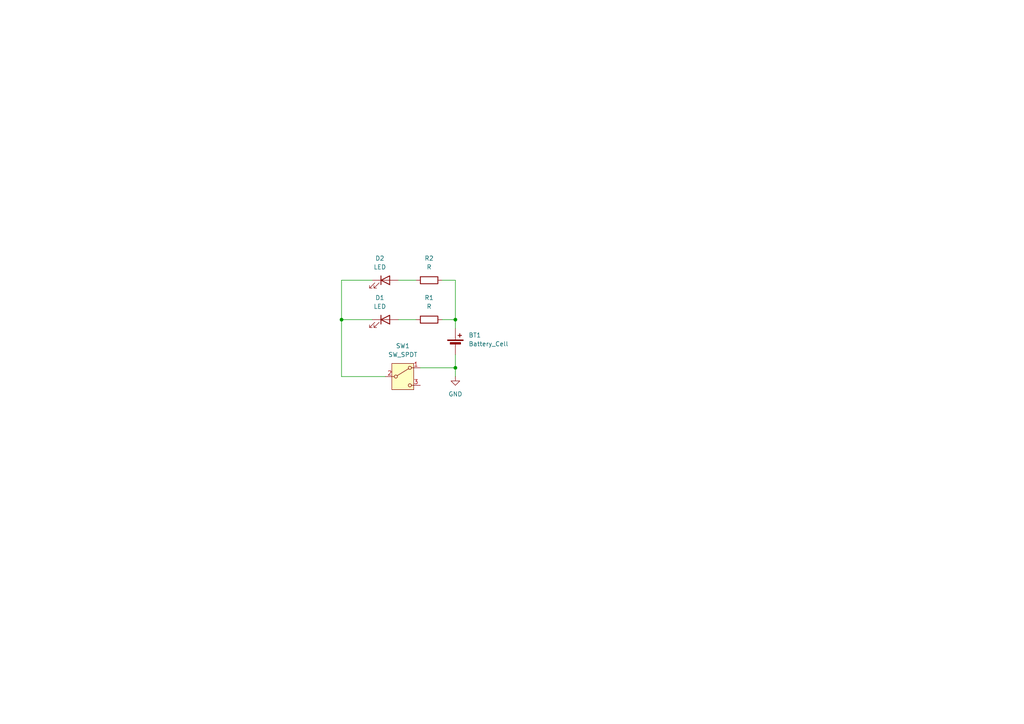
<source format=kicad_sch>
(kicad_sch (version 20250114) (generator "eeschema") (generator_version "9.0")
  (paper "A4")
  (lib_symbols
    (symbol "Device:Battery_Cell" (pin_numbers (hide yes)) (pin_names (offset 0) (hide yes))
      (property "Reference" "BT" (at 2.54 2.54 0))
      (property "Value" "Battery_Cell" (at 2.54 0 0))
      (symbol "Battery_Cell_0_1"
        (rectangle (start -2.286 1.778) (end 2.286 1.524) (fill (type outline)))
        (rectangle (start -1.524 1.016) (end 1.524 0.508) (fill (type outline)))
        (polyline (pts (xy 0 1.778) (xy 0 2.54)))
        (polyline (pts (xy 0 0.762) (xy 0 0)))
        (polyline (pts (xy 0.762 3.048) (xy 1.778 3.048)) (stroke (width 0.254)))
        (polyline (pts (xy 1.27 3.556) (xy 1.27 2.54)) (stroke (width 0.254)))
      )
      (symbol "Battery_Cell_1_1"
        (pin passive line (at 0 5.08 270) (length 2.54) (name "+") (number "1"))
        (pin passive line (at 0 -2.54 90) (length 2.54) (name "-") (number "2"))
      )
    )
    (symbol "Device:LED" (pin_numbers (hide yes)) (pin_names (offset 1.016) (hide yes))
      (property "Reference" "D" (at 0 2.54 0))
      (property "Value" "LED" (at 0 -2.54 0))
      (symbol "LED_0_1"
        (polyline (pts (xy -3.048 -0.762) (xy -4.572 -2.286) (xy -3.81 -2.286) (xy -4.572 -2.286) (xy -4.572 -1.524)))
        (polyline (pts (xy -1.778 -0.762) (xy -3.302 -2.286) (xy -2.54 -2.286) (xy -3.302 -2.286) (xy -3.302 -1.524)))
        (polyline (pts (xy -1.27 0) (xy 1.27 0)))
        (polyline (pts (xy -1.27 -1.27) (xy -1.27 1.27)) (stroke (width 0.254)))
        (polyline (pts (xy 1.27 -1.27) (xy 1.27 1.27) (xy -1.27 0) (xy 1.27 -1.27)) (stroke (width 0.254)))
      )
      (symbol "LED_1_1"
        (pin passive line (at -3.81 0 0) (length 2.54) (name "K") (number "1"))
        (pin passive line (at 3.81 0 180) (length 2.54) (name "A") (number "2"))
      )
    )
    (symbol "Device:R" (pin_numbers (hide yes)) (pin_names (offset 0))
      (property "Reference" "R" (at 2.032 0 90))
      (property "Value" "R" (at 0 0 90))
      (symbol "R_0_1"
        (rectangle (start -1.016 -2.54) (end 1.016 2.54) (stroke (width 0.254)))
      )
      (symbol "R_1_1"
        (pin passive line (at 0 3.81 270) (length 1.27) (name "~") (number "1"))
        (pin passive line (at 0 -3.81 90) (length 1.27) (name "~") (number "2"))
      )
    )
    (symbol "Switch:SW_SPDT" (pin_names (offset 0) (hide yes))
      (property "Reference" "SW" (at 0 5.08 0))
      (property "Value" "SW_SPDT" (at 0 -5.08 0))
      (symbol "SW_SPDT_0_1"
        (circle (center -2.032 0) (radius 0.4572))
        (polyline (pts (xy -1.651 0.254) (xy 1.651 2.286)))
        (circle (center 2.032 2.54) (radius 0.4572))
        (circle (center 2.032 -2.54) (radius 0.4572))
      )
      (symbol "SW_SPDT_1_1"
        (rectangle (start -3.175 3.81) (end 3.175 -3.81) (fill (type background)))
        (pin passive line (at -5.08 0 0) (length 2.54) (name "B") (number "2"))
        (pin passive line (at 5.08 2.54 180) (length 2.54) (name "A") (number "1"))
        (pin passive line (at 5.08 -2.54 180) (length 2.54) (name "C") (number "3"))
      )
    )
    (symbol "power:GND" (power) (pin_numbers (hide yes)) (pin_names (offset 0) (hide yes))
      (property "Value" "GND" (at 0 -3.81 0))
      (symbol "GND_0_1"
        (polyline (pts (xy 0 0) (xy 0 -1.27) (xy 1.27 -1.27) (xy 0 -2.54) (xy -1.27 -1.27) (xy 0 -1.27)))
      )
      (symbol "GND_1_1"
        (pin power_in line (at 0 0 270) (length 0) (name "~") (number "1"))
      )
    )
  )
  (junction (at 99.06 92.71))
  (junction (at 132.08 106.68))
  (junction (at 132.08 92.71))
  (wire (pts (xy 99.06 81.28) (xy 99.06 92.71)))
  (wire (pts (xy 132.08 106.68) (xy 121.92 106.68)))
  (wire (pts (xy 132.08 106.68) (xy 132.08 109.22)))
  (wire (pts (xy 132.08 102.87) (xy 132.08 106.68)))
  (wire (pts (xy 132.08 92.71) (xy 132.08 95.25)))
  (wire (pts (xy 99.06 92.71) (xy 107.95 92.71)))
  (wire (pts (xy 115.57 92.71) (xy 120.65 92.71)))
  (wire (pts (xy 99.06 92.71) (xy 99.06 109.22)))
  (wire (pts (xy 99.06 109.22) (xy 111.76 109.22)))
  (wire (pts (xy 115.57 81.28) (xy 120.65 81.28)))
  (wire (pts (xy 132.08 81.28) (xy 132.08 92.71)))
  (wire (pts (xy 128.27 92.71) (xy 132.08 92.71)))
  (wire (pts (xy 99.06 81.28) (xy 107.95 81.28)))
  (wire (pts (xy 128.27 81.28) (xy 132.08 81.28)))
  (symbol (lib_id "Switch:SW_SPDT") (at 116.84 109.22 0) (unit 1)
    (property "Reference" "SW1" (at 116.84 100.33 0))
    (property "Value" "SW_SPDT" (at 116.84 102.87 0))
    (property "Footprint" "Button_Switch_THT:SW_Slide-03_Wuerth-WS-SLTV_10x2.5x6.4_P2.54mm" (effects (hide yes)))
    (property "Description" "Switch, single pole double throw" (effects (hide yes)))
  )
  (symbol (lib_id "Device:Battery_Cell") (at 132.08 100.33 0) (unit 1)
    (property "Reference" "BT1" (at 135.89 97.2184 0) (effects (justify left)))
    (property "Value" "Battery_Cell" (at 135.89 99.7584 0) (effects (justify left)))
    (property "Footprint" "Battery:BatteryHolder_Multicomp_BC-2001_1x2032" (effects (hide yes)))
    (property "Description" "Single-cell battery" (effects (hide yes)))
  )
  (symbol (lib_id "Device:LED") (at 111.76 81.28 0) (unit 1)
    (property "Reference" "D2" (at 110.1725 74.93 0))
    (property "Value" "LED" (at 110.1725 77.47 0))
    (property "Footprint" "LED_THT:LED_D3.0mm" (effects (hide yes)))
    (property "Description" "Light emitting diode" (effects (hide yes)))
    (property "Sim.Pins" "1=K 2=A" (effects (hide yes)))
  )
  (symbol (lib_id "Device:R") (at 124.46 81.28 90) (unit 1)
    (property "Reference" "R2" (at 124.46 74.93 90))
    (property "Value" "R" (at 124.46 77.47 90))
    (property "Footprint" "Resistor_THT:R_Axial_DIN0207_L6.3mm_D2.5mm_P7.62mm_Horizontal" (effects (hide yes)))
    (property "Description" "Resistor" (effects (hide yes)))
  )
  (symbol (lib_id "power:GND") (at 132.08 109.22 0) (unit 1)
    (property "Reference" "#PWR03" (effects (hide yes)))
    (property "Value" "GND" (at 132.08 114.3 0))
    (property "Description" "Power symbol creates a global label with name \"GND\" , ground" (effects (hide yes)))
  )
  (symbol (lib_id "Device:R") (at 124.46 92.71 90) (unit 1)
    (property "Reference" "R1" (at 124.46 86.36 90))
    (property "Value" "R" (at 124.46 88.9 90))
    (property "Footprint" "Resistor_THT:R_Axial_DIN0207_L6.3mm_D2.5mm_P7.62mm_Horizontal" (effects (hide yes)))
    (property "Description" "Resistor" (effects (hide yes)))
  )
  (symbol (lib_id "Device:LED") (at 111.76 92.71 0) (unit 1)
    (property "Reference" "D1" (at 110.1725 86.36 0))
    (property "Value" "LED" (at 110.1725 88.9 0))
    (property "Footprint" "LED_THT:LED_D3.0mm" (effects (hide yes)))
    (property "Description" "Light emitting diode" (effects (hide yes)))
    (property "Sim.Pins" "1=K 2=A" (effects (hide yes)))
  )
)
</source>
